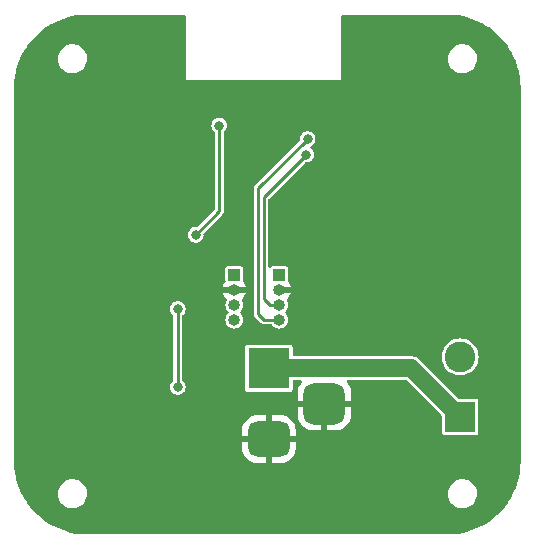
<source format=gbl>
%TF.GenerationSoftware,KiCad,Pcbnew,7.0.5*%
%TF.CreationDate,2023-09-05T15:51:43-07:00*%
%TF.ProjectId,esp32_basic_led_controller,65737033-325f-4626-9173-69635f6c6564,v01 Rev1.0*%
%TF.SameCoordinates,Original*%
%TF.FileFunction,Copper,L2,Bot*%
%TF.FilePolarity,Positive*%
%FSLAX46Y46*%
G04 Gerber Fmt 4.6, Leading zero omitted, Abs format (unit mm)*
G04 Created by KiCad (PCBNEW 7.0.5) date 2023-09-05 15:51:43*
%MOMM*%
%LPD*%
G01*
G04 APERTURE LIST*
G04 Aperture macros list*
%AMRoundRect*
0 Rectangle with rounded corners*
0 $1 Rounding radius*
0 $2 $3 $4 $5 $6 $7 $8 $9 X,Y pos of 4 corners*
0 Add a 4 corners polygon primitive as box body*
4,1,4,$2,$3,$4,$5,$6,$7,$8,$9,$2,$3,0*
0 Add four circle primitives for the rounded corners*
1,1,$1+$1,$2,$3*
1,1,$1+$1,$4,$5*
1,1,$1+$1,$6,$7*
1,1,$1+$1,$8,$9*
0 Add four rect primitives between the rounded corners*
20,1,$1+$1,$2,$3,$4,$5,0*
20,1,$1+$1,$4,$5,$6,$7,0*
20,1,$1+$1,$6,$7,$8,$9,0*
20,1,$1+$1,$8,$9,$2,$3,0*%
G04 Aperture macros list end*
%TA.AperFunction,ComponentPad*%
%ADD10R,1.000000X1.000000*%
%TD*%
%TA.AperFunction,ComponentPad*%
%ADD11O,1.000000X1.000000*%
%TD*%
%TA.AperFunction,ComponentPad*%
%ADD12RoundRect,0.875000X0.875000X-0.875000X0.875000X0.875000X-0.875000X0.875000X-0.875000X-0.875000X0*%
%TD*%
%TA.AperFunction,ComponentPad*%
%ADD13RoundRect,0.750000X1.000000X-0.750000X1.000000X0.750000X-1.000000X0.750000X-1.000000X-0.750000X0*%
%TD*%
%TA.AperFunction,ComponentPad*%
%ADD14R,3.500000X3.500000*%
%TD*%
%TA.AperFunction,ComponentPad*%
%ADD15R,2.600000X2.600000*%
%TD*%
%TA.AperFunction,ComponentPad*%
%ADD16C,2.600000*%
%TD*%
%TA.AperFunction,ViaPad*%
%ADD17C,0.800000*%
%TD*%
%TA.AperFunction,Conductor*%
%ADD18C,0.250000*%
%TD*%
%TA.AperFunction,Conductor*%
%ADD19C,1.500124*%
%TD*%
G04 APERTURE END LIST*
D10*
%TO.P,U3,1,VIN*%
%TO.N,+3.3V*%
X120396000Y-98298000D03*
D11*
%TO.P,U3,2,GND*%
%TO.N,GND*%
X120396000Y-99568000D03*
%TO.P,U3,3,SCL*%
%TO.N,/RX*%
X120396000Y-100838000D03*
%TO.P,U3,4,SDA*%
%TO.N,/TX*%
X120396000Y-102108000D03*
%TD*%
D12*
%TO.P,J1,3*%
%TO.N,GND*%
X128016000Y-109220000D03*
D13*
%TO.P,J1,2*%
X123316000Y-112220000D03*
D14*
%TO.P,J1,1*%
%TO.N,+12V*%
X123316000Y-106220000D03*
%TD*%
D10*
%TO.P,J3,1,Pin_1*%
%TO.N,+3.3V*%
X124206000Y-98298000D03*
D11*
%TO.P,J3,2,Pin_2*%
%TO.N,GND*%
X124206000Y-99568000D03*
%TO.P,J3,3,Pin_3*%
%TO.N,/RX*%
X124206000Y-100838000D03*
%TO.P,J3,4,Pin_4*%
%TO.N,/TX*%
X124206000Y-102108000D03*
%TD*%
D15*
%TO.P,J2,1,Pin_1*%
%TO.N,+12V*%
X139505000Y-110345000D03*
D16*
%TO.P,J2,2,Pin_2*%
%TO.N,Net-(J2-Pin_2)*%
X139505000Y-105265000D03*
%TD*%
D17*
%TO.N,+3.3V*%
X119100000Y-85675000D03*
X117125000Y-94925000D03*
%TO.N,/TX*%
X126600000Y-86800000D03*
%TO.N,+3.3V*%
X115600000Y-107812062D03*
X115600000Y-101200000D03*
%TO.N,/RX*%
X126496299Y-88142299D03*
%TD*%
D18*
%TO.N,+3.3V*%
X119100000Y-92950000D02*
X117125000Y-94925000D01*
X119100000Y-85675000D02*
X119100000Y-92950000D01*
%TO.N,/TX*%
X122400000Y-101600000D02*
X122908000Y-102108000D01*
X122400000Y-91000000D02*
X122400000Y-101600000D01*
X126600000Y-86800000D02*
X122400000Y-91000000D01*
X122908000Y-102108000D02*
X124206000Y-102108000D01*
%TO.N,+3.3V*%
X115600000Y-101200000D02*
X115600000Y-107812062D01*
D19*
%TO.N,+12V*%
X135380000Y-106220000D02*
X139505000Y-110345000D01*
X123316000Y-106220000D02*
X135380000Y-106220000D01*
D18*
%TO.N,/RX*%
X122878000Y-91760598D02*
X122878000Y-100330000D01*
X122878000Y-100330000D02*
X123386000Y-100838000D01*
X123386000Y-100838000D02*
X124206000Y-100838000D01*
X126496299Y-88142299D02*
X122878000Y-91760598D01*
%TD*%
%TA.AperFunction,Conductor*%
%TO.N,GND*%
G36*
X116202121Y-76297902D02*
G01*
X116248614Y-76351558D01*
X116260000Y-76403900D01*
X116260000Y-76450000D01*
X116260000Y-81850000D01*
X129460000Y-81850000D01*
X129460000Y-80065294D01*
X138468779Y-80065294D01*
X138483699Y-80175436D01*
X138498438Y-80284252D01*
X138566719Y-80494393D01*
X138671416Y-80688954D01*
X138671425Y-80688968D01*
X138809181Y-80861706D01*
X138809187Y-80861712D01*
X138975577Y-81007084D01*
X139165242Y-81120403D01*
X139165249Y-81120406D01*
X139165255Y-81120410D01*
X139372120Y-81198048D01*
X139372122Y-81198048D01*
X139372124Y-81198049D01*
X139589520Y-81237500D01*
X139589523Y-81237500D01*
X139755127Y-81237500D01*
X139755133Y-81237500D01*
X139909828Y-81223577D01*
X139920066Y-81222656D01*
X139920066Y-81222655D01*
X140133056Y-81163874D01*
X140332129Y-81068006D01*
X140510884Y-80938132D01*
X140663578Y-80778427D01*
X140785301Y-80594025D01*
X140872141Y-80390852D01*
X140921308Y-80175437D01*
X140931221Y-79954706D01*
X140901562Y-79735751D01*
X140833283Y-79525612D01*
X140784131Y-79434272D01*
X140728583Y-79331045D01*
X140728574Y-79331031D01*
X140590818Y-79158293D01*
X140590812Y-79158287D01*
X140424422Y-79012915D01*
X140234757Y-78899596D01*
X140234747Y-78899591D01*
X140234746Y-78899590D01*
X140234745Y-78899590D01*
X140027880Y-78821952D01*
X140027875Y-78821950D01*
X139810480Y-78782500D01*
X139810477Y-78782500D01*
X139644867Y-78782500D01*
X139614157Y-78785263D01*
X139479933Y-78797343D01*
X139479933Y-78797344D01*
X139266952Y-78856123D01*
X139266938Y-78856128D01*
X139067877Y-78951990D01*
X139067870Y-78951994D01*
X138889115Y-79081868D01*
X138889114Y-79081869D01*
X138736421Y-79241573D01*
X138614701Y-79425970D01*
X138527860Y-79629144D01*
X138527857Y-79629152D01*
X138491524Y-79788341D01*
X138478692Y-79844563D01*
X138468779Y-80065294D01*
X129460000Y-80065294D01*
X129460000Y-76403900D01*
X129480002Y-76335779D01*
X129533658Y-76289286D01*
X129586000Y-76277900D01*
X138395102Y-76277900D01*
X138428819Y-76277900D01*
X138431175Y-76277944D01*
X138451387Y-76278700D01*
X138890772Y-76295140D01*
X138895428Y-76295489D01*
X139351310Y-76346854D01*
X139355935Y-76347552D01*
X139806681Y-76432838D01*
X139811228Y-76433875D01*
X140254367Y-76552614D01*
X140258827Y-76553989D01*
X140691832Y-76705504D01*
X140696207Y-76707221D01*
X141116658Y-76890663D01*
X141120904Y-76892707D01*
X141526473Y-77107057D01*
X141530538Y-77109403D01*
X141736980Y-77239119D01*
X141918956Y-77353463D01*
X141922840Y-77356110D01*
X142175439Y-77542536D01*
X142291931Y-77628511D01*
X142295602Y-77631438D01*
X142576926Y-77873537D01*
X142643312Y-77930667D01*
X142646753Y-77933859D01*
X142971139Y-78258245D01*
X142974332Y-78261687D01*
X143273558Y-78609394D01*
X143276488Y-78613068D01*
X143526626Y-78951994D01*
X143548882Y-78982149D01*
X143551536Y-78986043D01*
X143611748Y-79081869D01*
X143768307Y-79331031D01*
X143795586Y-79374444D01*
X143797942Y-79378526D01*
X144012292Y-79784095D01*
X144014336Y-79788341D01*
X144197778Y-80208792D01*
X144199500Y-80213180D01*
X144351004Y-80646156D01*
X144352388Y-80650643D01*
X144362655Y-80688960D01*
X144464220Y-81068005D01*
X144471118Y-81093746D01*
X144472165Y-81098338D01*
X144495688Y-81222656D01*
X144557444Y-81549045D01*
X144558147Y-81553706D01*
X144609508Y-82009547D01*
X144609860Y-82014247D01*
X144627056Y-82473824D01*
X144627100Y-82476180D01*
X144627100Y-114098818D01*
X144627056Y-114101174D01*
X144609860Y-114560752D01*
X144609508Y-114565452D01*
X144558147Y-115021293D01*
X144557444Y-115025954D01*
X144472166Y-115476658D01*
X144471118Y-115481253D01*
X144352388Y-115924356D01*
X144351001Y-115928851D01*
X144280182Y-116131242D01*
X144199500Y-116361819D01*
X144197778Y-116366207D01*
X144014336Y-116786658D01*
X144012292Y-116790904D01*
X143797942Y-117196473D01*
X143795586Y-117200555D01*
X143551536Y-117588956D01*
X143548882Y-117592850D01*
X143276488Y-117961931D01*
X143273550Y-117965616D01*
X142974332Y-118313312D01*
X142971127Y-118316767D01*
X142646767Y-118641127D01*
X142643312Y-118644332D01*
X142295616Y-118943550D01*
X142291931Y-118946488D01*
X141922850Y-119218882D01*
X141918956Y-119221536D01*
X141530555Y-119465586D01*
X141526473Y-119467942D01*
X141120904Y-119682292D01*
X141116658Y-119684336D01*
X140696207Y-119867778D01*
X140691819Y-119869500D01*
X140461242Y-119950182D01*
X140258851Y-120021001D01*
X140254356Y-120022388D01*
X139811253Y-120141118D01*
X139806658Y-120142166D01*
X139355954Y-120227444D01*
X139351293Y-120228147D01*
X138895452Y-120279508D01*
X138890752Y-120279860D01*
X138431175Y-120297056D01*
X138428819Y-120297100D01*
X107951181Y-120297100D01*
X107948825Y-120297056D01*
X107489247Y-120279860D01*
X107484547Y-120279508D01*
X107028706Y-120228147D01*
X107024045Y-120227444D01*
X106573341Y-120142166D01*
X106568752Y-120141119D01*
X106282746Y-120064484D01*
X106125643Y-120022388D01*
X106121156Y-120021004D01*
X105688181Y-119869500D01*
X105683792Y-119867778D01*
X105263341Y-119684336D01*
X105259095Y-119682292D01*
X104853526Y-119467942D01*
X104849452Y-119465591D01*
X104720544Y-119384592D01*
X104461043Y-119221536D01*
X104457149Y-119218882D01*
X104088068Y-118946488D01*
X104084394Y-118943558D01*
X103736687Y-118644332D01*
X103733245Y-118641139D01*
X103408859Y-118316753D01*
X103405667Y-118313312D01*
X103194127Y-118067499D01*
X103106438Y-117965602D01*
X103103511Y-117961931D01*
X103095003Y-117950403D01*
X102831110Y-117592840D01*
X102828463Y-117588956D01*
X102662223Y-117324388D01*
X102584403Y-117200538D01*
X102582057Y-117196473D01*
X102422879Y-116895294D01*
X105448779Y-116895294D01*
X105463699Y-117005436D01*
X105478438Y-117114252D01*
X105546719Y-117324393D01*
X105651416Y-117518954D01*
X105651425Y-117518968D01*
X105789181Y-117691706D01*
X105789187Y-117691712D01*
X105955577Y-117837084D01*
X106145242Y-117950403D01*
X106145249Y-117950406D01*
X106145255Y-117950410D01*
X106352120Y-118028048D01*
X106352122Y-118028048D01*
X106352124Y-118028049D01*
X106569520Y-118067500D01*
X106569523Y-118067500D01*
X106735127Y-118067500D01*
X106735133Y-118067500D01*
X106889828Y-118053577D01*
X106900066Y-118052656D01*
X106900066Y-118052655D01*
X107113056Y-117993874D01*
X107312129Y-117898006D01*
X107490884Y-117768132D01*
X107643578Y-117608427D01*
X107765301Y-117424025D01*
X107852141Y-117220852D01*
X107901308Y-117005437D01*
X107906255Y-116895294D01*
X138468779Y-116895294D01*
X138483699Y-117005436D01*
X138498438Y-117114252D01*
X138566719Y-117324393D01*
X138671416Y-117518954D01*
X138671425Y-117518968D01*
X138809181Y-117691706D01*
X138809187Y-117691712D01*
X138975577Y-117837084D01*
X139165242Y-117950403D01*
X139165249Y-117950406D01*
X139165255Y-117950410D01*
X139372120Y-118028048D01*
X139372122Y-118028048D01*
X139372124Y-118028049D01*
X139589520Y-118067500D01*
X139589523Y-118067500D01*
X139755127Y-118067500D01*
X139755133Y-118067500D01*
X139909828Y-118053577D01*
X139920066Y-118052656D01*
X139920066Y-118052655D01*
X140133056Y-117993874D01*
X140332129Y-117898006D01*
X140510884Y-117768132D01*
X140663578Y-117608427D01*
X140785301Y-117424025D01*
X140872141Y-117220852D01*
X140921308Y-117005437D01*
X140931221Y-116784706D01*
X140901562Y-116565751D01*
X140833283Y-116355612D01*
X140833280Y-116355606D01*
X140728583Y-116161045D01*
X140728574Y-116161031D01*
X140590818Y-115988293D01*
X140590812Y-115988287D01*
X140424422Y-115842915D01*
X140234757Y-115729596D01*
X140234747Y-115729591D01*
X140234746Y-115729590D01*
X140234745Y-115729590D01*
X140027880Y-115651952D01*
X140027875Y-115651950D01*
X139810480Y-115612500D01*
X139810477Y-115612500D01*
X139644867Y-115612500D01*
X139614157Y-115615263D01*
X139479933Y-115627343D01*
X139479933Y-115627344D01*
X139266952Y-115686123D01*
X139266938Y-115686128D01*
X139067877Y-115781990D01*
X139067870Y-115781994D01*
X138889115Y-115911868D01*
X138889114Y-115911869D01*
X138736421Y-116071573D01*
X138614701Y-116255970D01*
X138527860Y-116459144D01*
X138527857Y-116459152D01*
X138478692Y-116674561D01*
X138478692Y-116674563D01*
X138468779Y-116895294D01*
X107906255Y-116895294D01*
X107911221Y-116784706D01*
X107881562Y-116565751D01*
X107813283Y-116355612D01*
X107813280Y-116355606D01*
X107708583Y-116161045D01*
X107708574Y-116161031D01*
X107570818Y-115988293D01*
X107570812Y-115988287D01*
X107404422Y-115842915D01*
X107214757Y-115729596D01*
X107214747Y-115729591D01*
X107214746Y-115729590D01*
X107214745Y-115729590D01*
X107007880Y-115651952D01*
X107007875Y-115651950D01*
X106790480Y-115612500D01*
X106790477Y-115612500D01*
X106624867Y-115612500D01*
X106594157Y-115615263D01*
X106459933Y-115627343D01*
X106459933Y-115627344D01*
X106246952Y-115686123D01*
X106246938Y-115686128D01*
X106047877Y-115781990D01*
X106047870Y-115781994D01*
X105869115Y-115911868D01*
X105869114Y-115911869D01*
X105716421Y-116071573D01*
X105594701Y-116255970D01*
X105507860Y-116459144D01*
X105507857Y-116459152D01*
X105458692Y-116674561D01*
X105458692Y-116674563D01*
X105448779Y-116895294D01*
X102422879Y-116895294D01*
X102367707Y-116790904D01*
X102365663Y-116786658D01*
X102182221Y-116366207D01*
X102180504Y-116361832D01*
X102028989Y-115928827D01*
X102027611Y-115924356D01*
X101908875Y-115481228D01*
X101907838Y-115476681D01*
X101822552Y-115025935D01*
X101821854Y-115021310D01*
X101770489Y-114565428D01*
X101770140Y-114560772D01*
X101752944Y-114101174D01*
X101752900Y-114098818D01*
X101752900Y-113034606D01*
X121058000Y-113034606D01*
X121068467Y-113167594D01*
X121123794Y-113387167D01*
X121123797Y-113387176D01*
X121217441Y-113593340D01*
X121217444Y-113593346D01*
X121346394Y-113779473D01*
X121346408Y-113779490D01*
X121506509Y-113939591D01*
X121506526Y-113939605D01*
X121692653Y-114068555D01*
X121692659Y-114068558D01*
X121898823Y-114162202D01*
X121898832Y-114162205D01*
X122118405Y-114217532D01*
X122251393Y-114228000D01*
X123062000Y-114228000D01*
X123062000Y-112720000D01*
X123570000Y-112720000D01*
X123570000Y-114228000D01*
X124380607Y-114228000D01*
X124513594Y-114217532D01*
X124733167Y-114162205D01*
X124733176Y-114162202D01*
X124939340Y-114068558D01*
X124939346Y-114068555D01*
X125125473Y-113939605D01*
X125125490Y-113939591D01*
X125285591Y-113779490D01*
X125285605Y-113779473D01*
X125414555Y-113593346D01*
X125414558Y-113593340D01*
X125508202Y-113387176D01*
X125508205Y-113387167D01*
X125563532Y-113167594D01*
X125574000Y-113034606D01*
X125574000Y-112474000D01*
X124747116Y-112474000D01*
X124775493Y-112429844D01*
X124816000Y-112291889D01*
X124816000Y-112148111D01*
X124775493Y-112010156D01*
X124747116Y-111966000D01*
X125574000Y-111966000D01*
X125574000Y-111405393D01*
X125563532Y-111272405D01*
X125508205Y-111052832D01*
X125508202Y-111052823D01*
X125414558Y-110846659D01*
X125414555Y-110846653D01*
X125285605Y-110660526D01*
X125285591Y-110660509D01*
X125125490Y-110500408D01*
X125125473Y-110500394D01*
X124939346Y-110371444D01*
X124939340Y-110371441D01*
X124733176Y-110277797D01*
X124733167Y-110277794D01*
X124513594Y-110222467D01*
X124380607Y-110212000D01*
X123570000Y-110212000D01*
X123570000Y-111720000D01*
X123062000Y-111720000D01*
X123062000Y-110212000D01*
X122251393Y-110212000D01*
X122118405Y-110222467D01*
X121898832Y-110277794D01*
X121898823Y-110277797D01*
X121692659Y-110371441D01*
X121692653Y-110371444D01*
X121506526Y-110500394D01*
X121506509Y-110500408D01*
X121346408Y-110660509D01*
X121346394Y-110660526D01*
X121217444Y-110846653D01*
X121217441Y-110846659D01*
X121123797Y-111052823D01*
X121123794Y-111052832D01*
X121068467Y-111272405D01*
X121058000Y-111405393D01*
X121058000Y-111966000D01*
X121884884Y-111966000D01*
X121856507Y-112010156D01*
X121816000Y-112148111D01*
X121816000Y-112291889D01*
X121856507Y-112429844D01*
X121884884Y-112474000D01*
X121058000Y-112474000D01*
X121058000Y-113034606D01*
X101752900Y-113034606D01*
X101752900Y-107812065D01*
X114940692Y-107812065D01*
X114959849Y-107969841D01*
X114997570Y-108069300D01*
X115016213Y-108118457D01*
X115106502Y-108249263D01*
X115225471Y-108354661D01*
X115225472Y-108354661D01*
X115225474Y-108354663D01*
X115300200Y-108393882D01*
X115366207Y-108428525D01*
X115520529Y-108466562D01*
X115520530Y-108466562D01*
X115679470Y-108466562D01*
X115679471Y-108466562D01*
X115833793Y-108428525D01*
X115974529Y-108354661D01*
X116093498Y-108249263D01*
X116183787Y-108118457D01*
X116230585Y-107995063D01*
X121311500Y-107995063D01*
X121311501Y-107995072D01*
X121326265Y-108069300D01*
X121382516Y-108153484D01*
X121466697Y-108209733D01*
X121466699Y-108209734D01*
X121540933Y-108224500D01*
X125091066Y-108224499D01*
X125091069Y-108224498D01*
X125091072Y-108224498D01*
X125127663Y-108217219D01*
X125165301Y-108209734D01*
X125249484Y-108153484D01*
X125305734Y-108069301D01*
X125320500Y-107995067D01*
X125320500Y-107350562D01*
X125340502Y-107282441D01*
X125394158Y-107235948D01*
X125446500Y-107224562D01*
X126005667Y-107224562D01*
X126073788Y-107244564D01*
X126120281Y-107298220D01*
X126130385Y-107368494D01*
X126101997Y-107431781D01*
X126007785Y-107543521D01*
X125888635Y-107746563D01*
X125805514Y-107966818D01*
X125760810Y-108197963D01*
X125757999Y-108250876D01*
X125758000Y-108966000D01*
X127516000Y-108966000D01*
X127516000Y-109474000D01*
X125758001Y-109474000D01*
X125758001Y-110189123D01*
X125760810Y-110242035D01*
X125760810Y-110242036D01*
X125805514Y-110473181D01*
X125888635Y-110693436D01*
X126007785Y-110896478D01*
X126159535Y-111076464D01*
X126339521Y-111228214D01*
X126542564Y-111347364D01*
X126542563Y-111347364D01*
X126762818Y-111430485D01*
X126993963Y-111475189D01*
X127046876Y-111477999D01*
X127762000Y-111477999D01*
X127762000Y-110651115D01*
X127806156Y-110679493D01*
X127944111Y-110720000D01*
X128087889Y-110720000D01*
X128225844Y-110679493D01*
X128270000Y-110651115D01*
X128270000Y-111477999D01*
X128985123Y-111477999D01*
X129038035Y-111475189D01*
X129038036Y-111475189D01*
X129269181Y-111430485D01*
X129489436Y-111347364D01*
X129692478Y-111228214D01*
X129872464Y-111076464D01*
X130024214Y-110896478D01*
X130143364Y-110693436D01*
X130226485Y-110473181D01*
X130271189Y-110242036D01*
X130274000Y-110189123D01*
X130274000Y-109474000D01*
X128516000Y-109474000D01*
X128516000Y-108966000D01*
X130273999Y-108966000D01*
X130273998Y-108250876D01*
X130271189Y-108197964D01*
X130271189Y-108197963D01*
X130226485Y-107966818D01*
X130143364Y-107746563D01*
X130024214Y-107543521D01*
X129930003Y-107431781D01*
X129901385Y-107366807D01*
X129912437Y-107296676D01*
X129959650Y-107243654D01*
X130026333Y-107224562D01*
X134911707Y-107224562D01*
X134979828Y-107244564D01*
X135000802Y-107261467D01*
X137913595Y-110174260D01*
X137947621Y-110236572D01*
X137950500Y-110263355D01*
X137950500Y-111670063D01*
X137950501Y-111670073D01*
X137965265Y-111744300D01*
X138021516Y-111828484D01*
X138105697Y-111884733D01*
X138105699Y-111884734D01*
X138179933Y-111899500D01*
X140830066Y-111899499D01*
X140830069Y-111899498D01*
X140830073Y-111899498D01*
X140881837Y-111889202D01*
X140904301Y-111884734D01*
X140988484Y-111828484D01*
X141044734Y-111744301D01*
X141059500Y-111670067D01*
X141059499Y-109019934D01*
X141059498Y-109019931D01*
X141059498Y-109019926D01*
X141044734Y-108945699D01*
X140988483Y-108861515D01*
X140904302Y-108805266D01*
X140830069Y-108790500D01*
X140830067Y-108790500D01*
X139423355Y-108790500D01*
X139355234Y-108770498D01*
X139334260Y-108753595D01*
X137797823Y-107217158D01*
X136099876Y-105519210D01*
X136098802Y-105518109D01*
X136037722Y-105453852D01*
X136037721Y-105453851D01*
X136037719Y-105453849D01*
X135987178Y-105418672D01*
X135983366Y-105415797D01*
X135935658Y-105376895D01*
X135905124Y-105360945D01*
X135898298Y-105356809D01*
X135887428Y-105349244D01*
X135870030Y-105337135D01*
X135870025Y-105337133D01*
X135870022Y-105337131D01*
X135813451Y-105312854D01*
X135809140Y-105310807D01*
X135775761Y-105293371D01*
X135754563Y-105282298D01*
X135721443Y-105272821D01*
X135713926Y-105270144D01*
X135701938Y-105265000D01*
X137945693Y-105265000D01*
X137954499Y-105376895D01*
X137964891Y-105508928D01*
X138022010Y-105746850D01*
X138115646Y-105972909D01*
X138243495Y-106181539D01*
X138243496Y-106181541D01*
X138402402Y-106367597D01*
X138588458Y-106526503D01*
X138588462Y-106526506D01*
X138797089Y-106654353D01*
X139023148Y-106747989D01*
X139261071Y-106805109D01*
X139505000Y-106824307D01*
X139748929Y-106805109D01*
X139986852Y-106747989D01*
X140212911Y-106654353D01*
X140421538Y-106526506D01*
X140607597Y-106367597D01*
X140766506Y-106181538D01*
X140894353Y-105972911D01*
X140987989Y-105746852D01*
X141045109Y-105508929D01*
X141064307Y-105265000D01*
X141045109Y-105021071D01*
X140987989Y-104783148D01*
X140894353Y-104557089D01*
X140766506Y-104348462D01*
X140766503Y-104348458D01*
X140607597Y-104162402D01*
X140421541Y-104003496D01*
X140421539Y-104003495D01*
X140421538Y-104003494D01*
X140212911Y-103875647D01*
X139986852Y-103782011D01*
X139986850Y-103782010D01*
X139824093Y-103742936D01*
X139748929Y-103724891D01*
X139505000Y-103705693D01*
X139261071Y-103724891D01*
X139023149Y-103782010D01*
X138797090Y-103875646D01*
X138588460Y-104003495D01*
X138588458Y-104003496D01*
X138402402Y-104162402D01*
X138243496Y-104348458D01*
X138243495Y-104348460D01*
X138115646Y-104557090D01*
X138022010Y-104783149D01*
X137964891Y-105021071D01*
X137945693Y-105265000D01*
X135701938Y-105265000D01*
X135682280Y-105256565D01*
X135621972Y-105244171D01*
X135617322Y-105243029D01*
X135558139Y-105226095D01*
X135558132Y-105226094D01*
X135523789Y-105223478D01*
X135515891Y-105222370D01*
X135495762Y-105218234D01*
X135482155Y-105215438D01*
X135482154Y-105215438D01*
X135420593Y-105215438D01*
X135415811Y-105215256D01*
X135374030Y-105212074D01*
X135354422Y-105210581D01*
X135354414Y-105210581D01*
X135334254Y-105213149D01*
X135320245Y-105214933D01*
X135312287Y-105215438D01*
X125446499Y-105215438D01*
X125378378Y-105195436D01*
X125331885Y-105141780D01*
X125320499Y-105089438D01*
X125320499Y-104444936D01*
X125320498Y-104444927D01*
X125305734Y-104370699D01*
X125305733Y-104370697D01*
X125249484Y-104286516D01*
X125249483Y-104286515D01*
X125165302Y-104230266D01*
X125091067Y-104215500D01*
X121540936Y-104215500D01*
X121540927Y-104215501D01*
X121466699Y-104230265D01*
X121382515Y-104286516D01*
X121326266Y-104370697D01*
X121311500Y-104444930D01*
X121311500Y-107995063D01*
X116230585Y-107995063D01*
X116240149Y-107969844D01*
X116240149Y-107969843D01*
X116240150Y-107969841D01*
X116259307Y-107812065D01*
X116259307Y-107812058D01*
X116240150Y-107654282D01*
X116198143Y-107543521D01*
X116183787Y-107505667D01*
X116093498Y-107374861D01*
X116093496Y-107374859D01*
X116021946Y-107311470D01*
X115984221Y-107251325D01*
X115979500Y-107217158D01*
X115979500Y-104557089D01*
X115979500Y-101794898D01*
X115999501Y-101726781D01*
X116021939Y-101700596D01*
X116093498Y-101637201D01*
X116183787Y-101506395D01*
X116240149Y-101357782D01*
X116240149Y-101357781D01*
X116240150Y-101357779D01*
X116259307Y-101200003D01*
X116259307Y-101199996D01*
X116240150Y-101042220D01*
X116217800Y-100983289D01*
X116183787Y-100893605D01*
X116093498Y-100762799D01*
X115974529Y-100657401D01*
X115974528Y-100657400D01*
X115974525Y-100657398D01*
X115833797Y-100583539D01*
X115833795Y-100583538D01*
X115833793Y-100583537D01*
X115833791Y-100583536D01*
X115833790Y-100583536D01*
X115679472Y-100545500D01*
X115679471Y-100545500D01*
X115520529Y-100545500D01*
X115520527Y-100545500D01*
X115366209Y-100583536D01*
X115366202Y-100583539D01*
X115225474Y-100657398D01*
X115225469Y-100657402D01*
X115106501Y-100762800D01*
X115016215Y-100893601D01*
X115016212Y-100893607D01*
X114959849Y-101042220D01*
X114940692Y-101199996D01*
X114940692Y-101200003D01*
X114959849Y-101357779D01*
X115003548Y-101473000D01*
X115016213Y-101506395D01*
X115106502Y-101637201D01*
X115178053Y-101700591D01*
X115215778Y-101760734D01*
X115220499Y-101794902D01*
X115220499Y-107217159D01*
X115200497Y-107285280D01*
X115178054Y-107311470D01*
X115106500Y-107374862D01*
X115016215Y-107505663D01*
X115016212Y-107505669D01*
X114959849Y-107654282D01*
X114940692Y-107812058D01*
X114940692Y-107812065D01*
X101752900Y-107812065D01*
X101752900Y-99313999D01*
X119419692Y-99313999D01*
X119419693Y-99314000D01*
X120154101Y-99314000D01*
X120098940Y-99373921D01*
X120052018Y-99480892D01*
X120042372Y-99597302D01*
X120071047Y-99710538D01*
X120134936Y-99808327D01*
X120152503Y-99822000D01*
X119419693Y-99822000D01*
X119460223Y-99955610D01*
X119460224Y-99955612D01*
X119553824Y-100130724D01*
X119679790Y-100284213D01*
X119679791Y-100284215D01*
X119708174Y-100307508D01*
X119748142Y-100366185D01*
X119750043Y-100437156D01*
X119734928Y-100471941D01*
X119711919Y-100508560D01*
X119711917Y-100508563D01*
X119659839Y-100657398D01*
X119655763Y-100669046D01*
X119636726Y-100838000D01*
X119655763Y-101006954D01*
X119711917Y-101167436D01*
X119711918Y-101167437D01*
X119711919Y-101167439D01*
X119802375Y-101311399D01*
X119874880Y-101383905D01*
X119908905Y-101446218D01*
X119903839Y-101517033D01*
X119874880Y-101562095D01*
X119802375Y-101634600D01*
X119711919Y-101778560D01*
X119711918Y-101778562D01*
X119655764Y-101939043D01*
X119655763Y-101939046D01*
X119636726Y-102108000D01*
X119655763Y-102276954D01*
X119711917Y-102437437D01*
X119711918Y-102437437D01*
X119711919Y-102437439D01*
X119802375Y-102581399D01*
X119802377Y-102581402D01*
X119922597Y-102701622D01*
X119922600Y-102701624D01*
X120066563Y-102792082D01*
X120227046Y-102848237D01*
X120396000Y-102867274D01*
X120564954Y-102848237D01*
X120725437Y-102792082D01*
X120869400Y-102701624D01*
X120989624Y-102581400D01*
X121080082Y-102437437D01*
X121136237Y-102276954D01*
X121155274Y-102108000D01*
X121136237Y-101939046D01*
X121080082Y-101778563D01*
X120989624Y-101634600D01*
X120989623Y-101634599D01*
X120989622Y-101634597D01*
X120939125Y-101584100D01*
X122015580Y-101584100D01*
X122020015Y-101619682D01*
X122020499Y-101627468D01*
X122020499Y-101631435D01*
X122020501Y-101631449D01*
X122024169Y-101653441D01*
X122024544Y-101656014D01*
X122031247Y-101709781D01*
X122033517Y-101717406D01*
X122036099Y-101724927D01*
X122061875Y-101772556D01*
X122063065Y-101774869D01*
X122079108Y-101807683D01*
X122086874Y-101823568D01*
X122086875Y-101823569D01*
X122091493Y-101830038D01*
X122096376Y-101836312D01*
X122136242Y-101873011D01*
X122138096Y-101874790D01*
X122371305Y-102107999D01*
X122602580Y-102339274D01*
X122618968Y-102359454D01*
X122624930Y-102368579D01*
X122624932Y-102368582D01*
X122653221Y-102390600D01*
X122659078Y-102395773D01*
X122661879Y-102398574D01*
X122661886Y-102398580D01*
X122680037Y-102411539D01*
X122682110Y-102413084D01*
X122700437Y-102427349D01*
X122724880Y-102446375D01*
X122731860Y-102450152D01*
X122739015Y-102453649D01*
X122739020Y-102453653D01*
X122779486Y-102465699D01*
X122790946Y-102469111D01*
X122793428Y-102469907D01*
X122814566Y-102477163D01*
X122844673Y-102487500D01*
X122844680Y-102487500D01*
X122852485Y-102488803D01*
X122860407Y-102489790D01*
X122860409Y-102489791D01*
X122860410Y-102489790D01*
X122860411Y-102489791D01*
X122875546Y-102489165D01*
X122914510Y-102487553D01*
X122917104Y-102487500D01*
X123483737Y-102487500D01*
X123551858Y-102507502D01*
X123590424Y-102546464D01*
X123612375Y-102581400D01*
X123732597Y-102701622D01*
X123732600Y-102701624D01*
X123876563Y-102792082D01*
X124037046Y-102848237D01*
X124206000Y-102867274D01*
X124374954Y-102848237D01*
X124535437Y-102792082D01*
X124679400Y-102701624D01*
X124799624Y-102581400D01*
X124890082Y-102437437D01*
X124946237Y-102276954D01*
X124965274Y-102108000D01*
X124946237Y-101939046D01*
X124890082Y-101778563D01*
X124799624Y-101634600D01*
X124799623Y-101634599D01*
X124799622Y-101634597D01*
X124727120Y-101562095D01*
X124693094Y-101499783D01*
X124698159Y-101428968D01*
X124727120Y-101383905D01*
X124799622Y-101311402D01*
X124799624Y-101311400D01*
X124890082Y-101167437D01*
X124946237Y-101006954D01*
X124965274Y-100838000D01*
X124946237Y-100669046D01*
X124890082Y-100508563D01*
X124867071Y-100471941D01*
X124847766Y-100403622D01*
X124868461Y-100335709D01*
X124893827Y-100307507D01*
X124922212Y-100284212D01*
X125048173Y-100130727D01*
X125048174Y-100130727D01*
X125141775Y-99955612D01*
X125141776Y-99955610D01*
X125182307Y-99822000D01*
X124416059Y-99822000D01*
X124418129Y-99820805D01*
X124491801Y-99733007D01*
X124531000Y-99625306D01*
X124531000Y-99510694D01*
X124491801Y-99402993D01*
X124418129Y-99315195D01*
X124416059Y-99314000D01*
X125182307Y-99314000D01*
X125182307Y-99313999D01*
X125141776Y-99180389D01*
X125141775Y-99180387D01*
X125048175Y-99005275D01*
X124986237Y-98929804D01*
X124958483Y-98864457D01*
X124959900Y-98829225D01*
X124959893Y-98829225D01*
X124959905Y-98829101D01*
X124960058Y-98825285D01*
X124960500Y-98823067D01*
X124960499Y-97772934D01*
X124960498Y-97772930D01*
X124960498Y-97772926D01*
X124945734Y-97698699D01*
X124923735Y-97665776D01*
X124889484Y-97614516D01*
X124889483Y-97614515D01*
X124805302Y-97558266D01*
X124731067Y-97543500D01*
X123680936Y-97543500D01*
X123680926Y-97543501D01*
X123606699Y-97558265D01*
X123522515Y-97614516D01*
X123488264Y-97665776D01*
X123433787Y-97711303D01*
X123363344Y-97720150D01*
X123299300Y-97689509D01*
X123261989Y-97629107D01*
X123257500Y-97595773D01*
X123257500Y-91969981D01*
X123277502Y-91901860D01*
X123294400Y-91880891D01*
X126341587Y-88833703D01*
X126403899Y-88799678D01*
X126430682Y-88796799D01*
X126575769Y-88796799D01*
X126575770Y-88796799D01*
X126730092Y-88758762D01*
X126870828Y-88684898D01*
X126989797Y-88579500D01*
X127080086Y-88448694D01*
X127136448Y-88300081D01*
X127136448Y-88300080D01*
X127136449Y-88300078D01*
X127155606Y-88142302D01*
X127155606Y-88142295D01*
X127136449Y-87984519D01*
X127122837Y-87948630D01*
X127080086Y-87835904D01*
X126989797Y-87705098D01*
X126870828Y-87599700D01*
X126870827Y-87599699D01*
X126865123Y-87594646D01*
X126867052Y-87592467D01*
X126830862Y-87547806D01*
X126823082Y-87477237D01*
X126854689Y-87413664D01*
X126888585Y-87387706D01*
X126974525Y-87342601D01*
X126974524Y-87342601D01*
X126974529Y-87342599D01*
X127093498Y-87237201D01*
X127183787Y-87106395D01*
X127240149Y-86957782D01*
X127240149Y-86957781D01*
X127240150Y-86957779D01*
X127259307Y-86800003D01*
X127259307Y-86799996D01*
X127240150Y-86642220D01*
X127226538Y-86606330D01*
X127183787Y-86493605D01*
X127093498Y-86362799D01*
X126974529Y-86257401D01*
X126974528Y-86257400D01*
X126974525Y-86257398D01*
X126833797Y-86183539D01*
X126833795Y-86183538D01*
X126833793Y-86183537D01*
X126833791Y-86183536D01*
X126833790Y-86183536D01*
X126679472Y-86145500D01*
X126679471Y-86145500D01*
X126520529Y-86145500D01*
X126520527Y-86145500D01*
X126366209Y-86183536D01*
X126366202Y-86183539D01*
X126225474Y-86257398D01*
X126225469Y-86257402D01*
X126106501Y-86362800D01*
X126016215Y-86493601D01*
X126016212Y-86493607D01*
X125959849Y-86642220D01*
X125940693Y-86799996D01*
X125940692Y-86799996D01*
X125946574Y-86848436D01*
X125934927Y-86918471D01*
X125910587Y-86952717D01*
X122168724Y-90694580D01*
X122148551Y-90710964D01*
X122139419Y-90716930D01*
X122139416Y-90716933D01*
X122117394Y-90745227D01*
X122112231Y-90751073D01*
X122111285Y-90752019D01*
X122109414Y-90753891D01*
X122096456Y-90772039D01*
X122094903Y-90774122D01*
X122061628Y-90816876D01*
X122057835Y-90823884D01*
X122054347Y-90831020D01*
X122038888Y-90882942D01*
X122038094Y-90885420D01*
X122020499Y-90936675D01*
X122019194Y-90944495D01*
X122018207Y-90952412D01*
X122020445Y-91006516D01*
X122020499Y-91009119D01*
X122020500Y-101547573D01*
X122017818Y-101573432D01*
X122015580Y-101584100D01*
X120939125Y-101584100D01*
X120917120Y-101562095D01*
X120883094Y-101499783D01*
X120888159Y-101428968D01*
X120917120Y-101383905D01*
X120989622Y-101311402D01*
X120989624Y-101311400D01*
X121080082Y-101167437D01*
X121136237Y-101006954D01*
X121155274Y-100838000D01*
X121136237Y-100669046D01*
X121080082Y-100508563D01*
X121057071Y-100471941D01*
X121037766Y-100403622D01*
X121058461Y-100335709D01*
X121083827Y-100307507D01*
X121112212Y-100284212D01*
X121238173Y-100130727D01*
X121238174Y-100130727D01*
X121331775Y-99955612D01*
X121331776Y-99955610D01*
X121372307Y-99822000D01*
X120637899Y-99822000D01*
X120693060Y-99762079D01*
X120739982Y-99655108D01*
X120749628Y-99538698D01*
X120720953Y-99425462D01*
X120657064Y-99327673D01*
X120639497Y-99314000D01*
X121372307Y-99314000D01*
X121372307Y-99313999D01*
X121331776Y-99180389D01*
X121331775Y-99180387D01*
X121238175Y-99005275D01*
X121176237Y-98929804D01*
X121148483Y-98864457D01*
X121149900Y-98829225D01*
X121149893Y-98829225D01*
X121149905Y-98829101D01*
X121150058Y-98825285D01*
X121150500Y-98823067D01*
X121150499Y-97772934D01*
X121150498Y-97772930D01*
X121150498Y-97772926D01*
X121135734Y-97698699D01*
X121113735Y-97665776D01*
X121079484Y-97614516D01*
X121079483Y-97614515D01*
X120995302Y-97558266D01*
X120921067Y-97543500D01*
X119870936Y-97543500D01*
X119870926Y-97543501D01*
X119796699Y-97558265D01*
X119712515Y-97614516D01*
X119656266Y-97698697D01*
X119641500Y-97772930D01*
X119641500Y-98823063D01*
X119641502Y-98823077D01*
X119641944Y-98825299D01*
X119641837Y-98826484D01*
X119642108Y-98829229D01*
X119641587Y-98829280D01*
X119635610Y-98896012D01*
X119615763Y-98929801D01*
X119553825Y-99005273D01*
X119553823Y-99005277D01*
X119460224Y-99180387D01*
X119460223Y-99180389D01*
X119419692Y-99313999D01*
X101752900Y-99313999D01*
X101752900Y-94925003D01*
X116465692Y-94925003D01*
X116484849Y-95082779D01*
X116533447Y-95210919D01*
X116541213Y-95231395D01*
X116631502Y-95362201D01*
X116750471Y-95467599D01*
X116750472Y-95467599D01*
X116750474Y-95467601D01*
X116825200Y-95506820D01*
X116891207Y-95541463D01*
X117045529Y-95579500D01*
X117045530Y-95579500D01*
X117204470Y-95579500D01*
X117204471Y-95579500D01*
X117358793Y-95541463D01*
X117499529Y-95467599D01*
X117618498Y-95362201D01*
X117708787Y-95231395D01*
X117765149Y-95082782D01*
X117765149Y-95082781D01*
X117765150Y-95082779D01*
X117784307Y-94925003D01*
X117784307Y-94925000D01*
X117784307Y-94924996D01*
X117778425Y-94876562D01*
X117790069Y-94806531D01*
X117814408Y-94772284D01*
X119331276Y-93255416D01*
X119351453Y-93239031D01*
X119360582Y-93233068D01*
X119382611Y-93204762D01*
X119387770Y-93198923D01*
X119390581Y-93196113D01*
X119403558Y-93177936D01*
X119405068Y-93175911D01*
X119438375Y-93133119D01*
X119438376Y-93133113D01*
X119442158Y-93126127D01*
X119445653Y-93118979D01*
X119445652Y-93118979D01*
X119461123Y-93067010D01*
X119461882Y-93064642D01*
X119479500Y-93013327D01*
X119479500Y-93013323D01*
X119480803Y-93005516D01*
X119481790Y-92997594D01*
X119481792Y-92997590D01*
X119479553Y-92943464D01*
X119479500Y-92940871D01*
X119479500Y-86269902D01*
X119499502Y-86201781D01*
X119521942Y-86175593D01*
X119593498Y-86112201D01*
X119683787Y-85981395D01*
X119740149Y-85832782D01*
X119740149Y-85832781D01*
X119740150Y-85832779D01*
X119759307Y-85675003D01*
X119759307Y-85674996D01*
X119740150Y-85517220D01*
X119726538Y-85481331D01*
X119683787Y-85368605D01*
X119593498Y-85237799D01*
X119474529Y-85132401D01*
X119474528Y-85132400D01*
X119474525Y-85132398D01*
X119333797Y-85058539D01*
X119333795Y-85058538D01*
X119333793Y-85058537D01*
X119333791Y-85058536D01*
X119333790Y-85058536D01*
X119179472Y-85020500D01*
X119179471Y-85020500D01*
X119020529Y-85020500D01*
X119020527Y-85020500D01*
X118866209Y-85058536D01*
X118866202Y-85058539D01*
X118725474Y-85132398D01*
X118725469Y-85132402D01*
X118606501Y-85237800D01*
X118516215Y-85368601D01*
X118516212Y-85368607D01*
X118459849Y-85517220D01*
X118440692Y-85674996D01*
X118440692Y-85675003D01*
X118459849Y-85832779D01*
X118508447Y-85960919D01*
X118516213Y-85981395D01*
X118606502Y-86112201D01*
X118644089Y-86145500D01*
X118678053Y-86175590D01*
X118715778Y-86235735D01*
X118720499Y-86269902D01*
X118720500Y-92740615D01*
X118700498Y-92808736D01*
X118683595Y-92829710D01*
X117279710Y-94233595D01*
X117217398Y-94267621D01*
X117190615Y-94270500D01*
X117045527Y-94270500D01*
X116891209Y-94308536D01*
X116891202Y-94308539D01*
X116750474Y-94382398D01*
X116750469Y-94382402D01*
X116631501Y-94487800D01*
X116541215Y-94618601D01*
X116541212Y-94618607D01*
X116484849Y-94767220D01*
X116465692Y-94924996D01*
X116465692Y-94925003D01*
X101752900Y-94925003D01*
X101752900Y-82476180D01*
X101752944Y-82473824D01*
X101762004Y-82231679D01*
X101770140Y-82014225D01*
X101770489Y-82009573D01*
X101821855Y-81553685D01*
X101822551Y-81549068D01*
X101907839Y-81098313D01*
X101908873Y-81093777D01*
X102027616Y-80650624D01*
X102028987Y-80646180D01*
X102180507Y-80213157D01*
X102182221Y-80208792D01*
X102196774Y-80175438D01*
X102244829Y-80065294D01*
X105448779Y-80065294D01*
X105463699Y-80175436D01*
X105478438Y-80284252D01*
X105546719Y-80494393D01*
X105651416Y-80688954D01*
X105651425Y-80688968D01*
X105789181Y-80861706D01*
X105789187Y-80861712D01*
X105955577Y-81007084D01*
X106145242Y-81120403D01*
X106145249Y-81120406D01*
X106145255Y-81120410D01*
X106352120Y-81198048D01*
X106352122Y-81198048D01*
X106352124Y-81198049D01*
X106569520Y-81237500D01*
X106569523Y-81237500D01*
X106735127Y-81237500D01*
X106735133Y-81237500D01*
X106889828Y-81223577D01*
X106900066Y-81222656D01*
X106900066Y-81222655D01*
X107113056Y-81163874D01*
X107312129Y-81068006D01*
X107490884Y-80938132D01*
X107643578Y-80778427D01*
X107765301Y-80594025D01*
X107852141Y-80390852D01*
X107901308Y-80175437D01*
X107911221Y-79954706D01*
X107881562Y-79735751D01*
X107813283Y-79525612D01*
X107764131Y-79434272D01*
X107708583Y-79331045D01*
X107708574Y-79331031D01*
X107570818Y-79158293D01*
X107570812Y-79158287D01*
X107404422Y-79012915D01*
X107214757Y-78899596D01*
X107214747Y-78899591D01*
X107214746Y-78899590D01*
X107214745Y-78899590D01*
X107007880Y-78821952D01*
X107007875Y-78821950D01*
X106790480Y-78782500D01*
X106790477Y-78782500D01*
X106624867Y-78782500D01*
X106594157Y-78785263D01*
X106459933Y-78797343D01*
X106459933Y-78797344D01*
X106246952Y-78856123D01*
X106246938Y-78856128D01*
X106047877Y-78951990D01*
X106047870Y-78951994D01*
X105869115Y-79081868D01*
X105869114Y-79081869D01*
X105716421Y-79241573D01*
X105594701Y-79425970D01*
X105507860Y-79629144D01*
X105507857Y-79629152D01*
X105471524Y-79788341D01*
X105458692Y-79844563D01*
X105448779Y-80065294D01*
X102244829Y-80065294D01*
X102365663Y-79788341D01*
X102367707Y-79784095D01*
X102582057Y-79378526D01*
X102584396Y-79374472D01*
X102828464Y-78986041D01*
X102831101Y-78982171D01*
X103103523Y-78613051D01*
X103106427Y-78609409D01*
X103405679Y-78261673D01*
X103408846Y-78258259D01*
X103733259Y-77933846D01*
X103736673Y-77930679D01*
X104084409Y-77631427D01*
X104088051Y-77628523D01*
X104457171Y-77356101D01*
X104461043Y-77353463D01*
X104849472Y-77109396D01*
X104853526Y-77107057D01*
X105122341Y-76964984D01*
X105259104Y-76892702D01*
X105263341Y-76890663D01*
X105448711Y-76809786D01*
X105683799Y-76707217D01*
X105688157Y-76705507D01*
X106121180Y-76553987D01*
X106125624Y-76552616D01*
X106568777Y-76433873D01*
X106573313Y-76432839D01*
X107024068Y-76347551D01*
X107028685Y-76346855D01*
X107484573Y-76295489D01*
X107489225Y-76295140D01*
X107929508Y-76278666D01*
X107948825Y-76277944D01*
X107951181Y-76277900D01*
X107984898Y-76277900D01*
X116134000Y-76277900D01*
X116202121Y-76297902D01*
G37*
%TD.AperFunction*%
%TD*%
M02*

</source>
